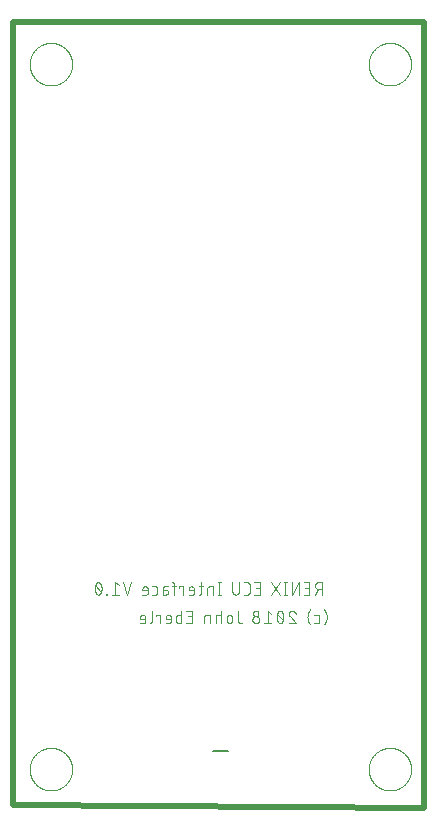
<source format=gbo>
G75*
%MOIN*%
%OFA0B0*%
%FSLAX25Y25*%
%IPPOS*%
%LPD*%
%AMOC8*
5,1,8,0,0,1.08239X$1,22.5*
%
%ADD10C,0.02000*%
%ADD11C,0.00400*%
%ADD12C,0.00000*%
%ADD13C,0.00800*%
D10*
X0002000Y0037211D02*
X0139000Y0036211D01*
X0139000Y0298211D01*
X0002000Y0298211D01*
X0002000Y0037211D01*
D11*
X0032970Y0107411D02*
X0033198Y0107411D01*
X0033198Y0107638D01*
X0032970Y0107638D01*
X0032970Y0107411D01*
X0034780Y0107411D02*
X0037058Y0107411D01*
X0035919Y0107411D02*
X0035919Y0111511D01*
X0037058Y0110600D01*
X0038602Y0111511D02*
X0039969Y0107411D01*
X0041336Y0111511D01*
X0044998Y0109233D02*
X0044998Y0108777D01*
X0046820Y0108777D01*
X0046820Y0109233D02*
X0046820Y0108094D01*
X0046818Y0108043D01*
X0046812Y0107992D01*
X0046803Y0107942D01*
X0046790Y0107893D01*
X0046773Y0107844D01*
X0046752Y0107798D01*
X0046728Y0107753D01*
X0046701Y0107709D01*
X0046671Y0107668D01*
X0046638Y0107629D01*
X0046602Y0107593D01*
X0046563Y0107560D01*
X0046522Y0107530D01*
X0046479Y0107503D01*
X0046433Y0107479D01*
X0046387Y0107458D01*
X0046338Y0107441D01*
X0046289Y0107428D01*
X0046239Y0107419D01*
X0046188Y0107413D01*
X0046137Y0107411D01*
X0044998Y0107411D01*
X0044998Y0109233D02*
X0045000Y0109293D01*
X0045006Y0109352D01*
X0045016Y0109411D01*
X0045029Y0109469D01*
X0045046Y0109526D01*
X0045067Y0109582D01*
X0045092Y0109636D01*
X0045120Y0109689D01*
X0045152Y0109739D01*
X0045186Y0109788D01*
X0045224Y0109834D01*
X0045265Y0109877D01*
X0045308Y0109918D01*
X0045354Y0109956D01*
X0045403Y0109990D01*
X0045454Y0110022D01*
X0045506Y0110050D01*
X0045560Y0110075D01*
X0045616Y0110096D01*
X0045673Y0110113D01*
X0045731Y0110126D01*
X0045790Y0110136D01*
X0045849Y0110142D01*
X0045909Y0110144D01*
X0045969Y0110142D01*
X0046028Y0110136D01*
X0046087Y0110126D01*
X0046145Y0110113D01*
X0046202Y0110096D01*
X0046258Y0110075D01*
X0046312Y0110050D01*
X0046365Y0110022D01*
X0046415Y0109990D01*
X0046464Y0109956D01*
X0046510Y0109918D01*
X0046553Y0109877D01*
X0046594Y0109834D01*
X0046632Y0109788D01*
X0046666Y0109739D01*
X0046698Y0109689D01*
X0046726Y0109636D01*
X0046751Y0109582D01*
X0046772Y0109526D01*
X0046789Y0109469D01*
X0046802Y0109411D01*
X0046812Y0109352D01*
X0046818Y0109293D01*
X0046820Y0109233D01*
X0048326Y0110144D02*
X0049237Y0110144D01*
X0049288Y0110142D01*
X0049339Y0110136D01*
X0049389Y0110127D01*
X0049438Y0110114D01*
X0049487Y0110097D01*
X0049533Y0110076D01*
X0049579Y0110052D01*
X0049622Y0110025D01*
X0049663Y0109995D01*
X0049702Y0109962D01*
X0049738Y0109926D01*
X0049771Y0109887D01*
X0049801Y0109846D01*
X0049828Y0109803D01*
X0049852Y0109757D01*
X0049873Y0109711D01*
X0049890Y0109662D01*
X0049903Y0109613D01*
X0049912Y0109563D01*
X0049918Y0109512D01*
X0049920Y0109461D01*
X0049920Y0108094D01*
X0049918Y0108043D01*
X0049912Y0107992D01*
X0049903Y0107942D01*
X0049890Y0107893D01*
X0049873Y0107844D01*
X0049852Y0107798D01*
X0049828Y0107753D01*
X0049801Y0107709D01*
X0049771Y0107668D01*
X0049738Y0107629D01*
X0049702Y0107593D01*
X0049663Y0107560D01*
X0049622Y0107530D01*
X0049579Y0107503D01*
X0049533Y0107479D01*
X0049487Y0107458D01*
X0049438Y0107441D01*
X0049389Y0107428D01*
X0049339Y0107419D01*
X0049288Y0107413D01*
X0049237Y0107411D01*
X0048326Y0107411D01*
X0051770Y0107411D02*
X0051770Y0109461D01*
X0051770Y0109005D02*
X0052795Y0109005D01*
X0051770Y0109461D02*
X0051772Y0109512D01*
X0051778Y0109563D01*
X0051787Y0109613D01*
X0051800Y0109662D01*
X0051817Y0109711D01*
X0051838Y0109757D01*
X0051862Y0109803D01*
X0051889Y0109846D01*
X0051919Y0109887D01*
X0051952Y0109926D01*
X0051988Y0109962D01*
X0052027Y0109995D01*
X0052068Y0110025D01*
X0052112Y0110052D01*
X0052157Y0110076D01*
X0052203Y0110097D01*
X0052252Y0110114D01*
X0052301Y0110127D01*
X0052351Y0110136D01*
X0052402Y0110142D01*
X0052453Y0110144D01*
X0053364Y0110144D01*
X0054735Y0110144D02*
X0056101Y0110144D01*
X0055646Y0110827D02*
X0055646Y0107411D01*
X0057173Y0109688D02*
X0057173Y0110144D01*
X0058540Y0110144D01*
X0058540Y0107411D01*
X0060388Y0107411D02*
X0061527Y0107411D01*
X0061578Y0107413D01*
X0061629Y0107419D01*
X0061679Y0107428D01*
X0061728Y0107441D01*
X0061777Y0107458D01*
X0061823Y0107479D01*
X0061869Y0107503D01*
X0061912Y0107530D01*
X0061953Y0107560D01*
X0061992Y0107593D01*
X0062028Y0107629D01*
X0062061Y0107668D01*
X0062091Y0107709D01*
X0062118Y0107753D01*
X0062142Y0107798D01*
X0062163Y0107844D01*
X0062180Y0107893D01*
X0062193Y0107942D01*
X0062202Y0107992D01*
X0062208Y0108043D01*
X0062210Y0108094D01*
X0062210Y0109233D01*
X0062210Y0108777D02*
X0060388Y0108777D01*
X0060388Y0109233D01*
X0060390Y0109293D01*
X0060396Y0109352D01*
X0060406Y0109411D01*
X0060419Y0109469D01*
X0060436Y0109526D01*
X0060457Y0109582D01*
X0060482Y0109636D01*
X0060510Y0109689D01*
X0060542Y0109739D01*
X0060576Y0109788D01*
X0060614Y0109834D01*
X0060655Y0109877D01*
X0060698Y0109918D01*
X0060744Y0109956D01*
X0060793Y0109990D01*
X0060844Y0110022D01*
X0060896Y0110050D01*
X0060950Y0110075D01*
X0061006Y0110096D01*
X0061063Y0110113D01*
X0061121Y0110126D01*
X0061180Y0110136D01*
X0061239Y0110142D01*
X0061299Y0110144D01*
X0061359Y0110142D01*
X0061418Y0110136D01*
X0061477Y0110126D01*
X0061535Y0110113D01*
X0061592Y0110096D01*
X0061648Y0110075D01*
X0061702Y0110050D01*
X0061755Y0110022D01*
X0061805Y0109990D01*
X0061854Y0109956D01*
X0061900Y0109918D01*
X0061943Y0109877D01*
X0061984Y0109834D01*
X0062022Y0109788D01*
X0062056Y0109739D01*
X0062088Y0109689D01*
X0062116Y0109636D01*
X0062141Y0109582D01*
X0062162Y0109526D01*
X0062179Y0109469D01*
X0062192Y0109411D01*
X0062202Y0109352D01*
X0062208Y0109293D01*
X0062210Y0109233D01*
X0063755Y0110144D02*
X0065122Y0110144D01*
X0064666Y0111511D02*
X0064666Y0108094D01*
X0064664Y0108043D01*
X0064658Y0107992D01*
X0064649Y0107942D01*
X0064636Y0107893D01*
X0064619Y0107844D01*
X0064598Y0107798D01*
X0064574Y0107753D01*
X0064547Y0107709D01*
X0064517Y0107668D01*
X0064484Y0107629D01*
X0064448Y0107593D01*
X0064409Y0107560D01*
X0064368Y0107530D01*
X0064325Y0107503D01*
X0064279Y0107479D01*
X0064233Y0107458D01*
X0064184Y0107441D01*
X0064135Y0107428D01*
X0064085Y0107419D01*
X0064034Y0107413D01*
X0063983Y0107411D01*
X0063755Y0107411D01*
X0066598Y0107411D02*
X0066598Y0109461D01*
X0066600Y0109512D01*
X0066606Y0109563D01*
X0066615Y0109613D01*
X0066628Y0109662D01*
X0066645Y0109711D01*
X0066666Y0109757D01*
X0066690Y0109803D01*
X0066717Y0109846D01*
X0066747Y0109887D01*
X0066780Y0109926D01*
X0066816Y0109962D01*
X0066855Y0109995D01*
X0066896Y0110025D01*
X0066940Y0110052D01*
X0066985Y0110076D01*
X0067031Y0110097D01*
X0067080Y0110114D01*
X0067129Y0110127D01*
X0067179Y0110136D01*
X0067230Y0110142D01*
X0067281Y0110144D01*
X0068420Y0110144D01*
X0068420Y0107411D01*
X0070158Y0107411D02*
X0071069Y0107411D01*
X0070614Y0107411D02*
X0070614Y0111511D01*
X0071069Y0111511D02*
X0070158Y0111511D01*
X0075010Y0111511D02*
X0075010Y0108550D01*
X0075012Y0108484D01*
X0075018Y0108418D01*
X0075027Y0108352D01*
X0075041Y0108287D01*
X0075058Y0108223D01*
X0075079Y0108160D01*
X0075103Y0108099D01*
X0075131Y0108039D01*
X0075163Y0107981D01*
X0075197Y0107924D01*
X0075235Y0107870D01*
X0075276Y0107818D01*
X0075321Y0107768D01*
X0075367Y0107722D01*
X0075417Y0107677D01*
X0075469Y0107636D01*
X0075523Y0107598D01*
X0075580Y0107564D01*
X0075638Y0107532D01*
X0075698Y0107504D01*
X0075759Y0107480D01*
X0075822Y0107459D01*
X0075886Y0107442D01*
X0075951Y0107428D01*
X0076017Y0107419D01*
X0076083Y0107413D01*
X0076149Y0107411D01*
X0076215Y0107413D01*
X0076281Y0107419D01*
X0076347Y0107428D01*
X0076412Y0107442D01*
X0076476Y0107459D01*
X0076539Y0107480D01*
X0076600Y0107504D01*
X0076660Y0107532D01*
X0076719Y0107564D01*
X0076775Y0107598D01*
X0076829Y0107636D01*
X0076881Y0107677D01*
X0076931Y0107722D01*
X0076977Y0107768D01*
X0077022Y0107818D01*
X0077063Y0107870D01*
X0077101Y0107924D01*
X0077135Y0107981D01*
X0077167Y0108039D01*
X0077195Y0108099D01*
X0077219Y0108160D01*
X0077240Y0108223D01*
X0077257Y0108287D01*
X0077271Y0108352D01*
X0077280Y0108418D01*
X0077286Y0108484D01*
X0077288Y0108550D01*
X0077288Y0111511D01*
X0078988Y0111511D02*
X0079899Y0111511D01*
X0079959Y0111509D01*
X0080018Y0111503D01*
X0080077Y0111493D01*
X0080135Y0111480D01*
X0080192Y0111463D01*
X0080248Y0111442D01*
X0080302Y0111417D01*
X0080355Y0111389D01*
X0080405Y0111357D01*
X0080454Y0111323D01*
X0080500Y0111285D01*
X0080543Y0111244D01*
X0080584Y0111201D01*
X0080622Y0111155D01*
X0080656Y0111106D01*
X0080688Y0111055D01*
X0080716Y0111003D01*
X0080741Y0110949D01*
X0080762Y0110893D01*
X0080779Y0110836D01*
X0080792Y0110778D01*
X0080802Y0110719D01*
X0080808Y0110660D01*
X0080810Y0110600D01*
X0080810Y0108322D01*
X0080808Y0108262D01*
X0080802Y0108203D01*
X0080792Y0108144D01*
X0080779Y0108086D01*
X0080762Y0108029D01*
X0080741Y0107973D01*
X0080716Y0107919D01*
X0080688Y0107867D01*
X0080656Y0107816D01*
X0080622Y0107767D01*
X0080584Y0107721D01*
X0080543Y0107678D01*
X0080500Y0107637D01*
X0080454Y0107599D01*
X0080405Y0107565D01*
X0080355Y0107533D01*
X0080302Y0107505D01*
X0080248Y0107480D01*
X0080192Y0107459D01*
X0080135Y0107442D01*
X0080077Y0107429D01*
X0080018Y0107419D01*
X0079959Y0107413D01*
X0079899Y0107411D01*
X0078988Y0107411D01*
X0082342Y0107411D02*
X0084164Y0107411D01*
X0084164Y0111511D01*
X0082342Y0111511D01*
X0082798Y0109688D02*
X0084164Y0109688D01*
X0088012Y0111511D02*
X0090745Y0107411D01*
X0092163Y0107411D02*
X0093074Y0107411D01*
X0092619Y0107411D02*
X0092619Y0111511D01*
X0093074Y0111511D02*
X0092163Y0111511D01*
X0090745Y0111511D02*
X0088012Y0107411D01*
X0086826Y0102011D02*
X0086826Y0097911D01*
X0087965Y0097911D02*
X0085687Y0097911D01*
X0087965Y0101100D02*
X0086826Y0102011D01*
X0092015Y0099961D02*
X0092013Y0099852D01*
X0092008Y0099742D01*
X0091999Y0099633D01*
X0091987Y0099524D01*
X0091971Y0099416D01*
X0091951Y0099308D01*
X0091928Y0099201D01*
X0091902Y0099095D01*
X0091872Y0098990D01*
X0091839Y0098885D01*
X0091803Y0098782D01*
X0091763Y0098680D01*
X0091720Y0098580D01*
X0091673Y0098480D01*
X0091787Y0098822D02*
X0089965Y0101100D01*
X0090079Y0101441D02*
X0090098Y0101493D01*
X0090121Y0101543D01*
X0090147Y0101591D01*
X0090176Y0101638D01*
X0090208Y0101683D01*
X0090243Y0101725D01*
X0090281Y0101765D01*
X0090321Y0101803D01*
X0090364Y0101838D01*
X0090409Y0101870D01*
X0090455Y0101899D01*
X0090504Y0101924D01*
X0090554Y0101947D01*
X0090606Y0101966D01*
X0090658Y0101982D01*
X0090712Y0101995D01*
X0090766Y0102004D01*
X0090821Y0102009D01*
X0090876Y0102011D01*
X0090931Y0102009D01*
X0090986Y0102004D01*
X0091040Y0101995D01*
X0091094Y0101982D01*
X0091146Y0101966D01*
X0091198Y0101947D01*
X0091248Y0101924D01*
X0091297Y0101899D01*
X0091343Y0101870D01*
X0091388Y0101838D01*
X0091431Y0101803D01*
X0091471Y0101765D01*
X0091509Y0101725D01*
X0091544Y0101683D01*
X0091576Y0101638D01*
X0091605Y0101591D01*
X0091631Y0101543D01*
X0091654Y0101493D01*
X0091673Y0101441D01*
X0090079Y0101442D02*
X0090032Y0101343D01*
X0089989Y0101242D01*
X0089949Y0101140D01*
X0089913Y0101037D01*
X0089880Y0100932D01*
X0089850Y0100827D01*
X0089824Y0100721D01*
X0089801Y0100614D01*
X0089781Y0100506D01*
X0089765Y0100398D01*
X0089753Y0100289D01*
X0089744Y0100180D01*
X0089739Y0100070D01*
X0089737Y0099961D01*
X0092015Y0099961D02*
X0092013Y0100070D01*
X0092008Y0100180D01*
X0091999Y0100289D01*
X0091987Y0100398D01*
X0091971Y0100506D01*
X0091951Y0100614D01*
X0091928Y0100721D01*
X0091902Y0100827D01*
X0091872Y0100932D01*
X0091839Y0101037D01*
X0091803Y0101140D01*
X0091763Y0101242D01*
X0091720Y0101343D01*
X0091673Y0101442D01*
X0089737Y0099961D02*
X0089739Y0099852D01*
X0089744Y0099742D01*
X0089753Y0099633D01*
X0089765Y0099524D01*
X0089781Y0099416D01*
X0089801Y0099308D01*
X0089824Y0099201D01*
X0089850Y0099095D01*
X0089880Y0098990D01*
X0089913Y0098885D01*
X0089949Y0098782D01*
X0089989Y0098680D01*
X0090032Y0098580D01*
X0090079Y0098480D01*
X0090876Y0097910D02*
X0090931Y0097912D01*
X0090986Y0097917D01*
X0091040Y0097926D01*
X0091094Y0097939D01*
X0091146Y0097955D01*
X0091198Y0097974D01*
X0091248Y0097997D01*
X0091297Y0098022D01*
X0091343Y0098051D01*
X0091388Y0098083D01*
X0091431Y0098118D01*
X0091471Y0098156D01*
X0091509Y0098196D01*
X0091544Y0098238D01*
X0091576Y0098283D01*
X0091605Y0098330D01*
X0091631Y0098378D01*
X0091654Y0098428D01*
X0091673Y0098480D01*
X0090876Y0097910D02*
X0090821Y0097912D01*
X0090766Y0097917D01*
X0090712Y0097926D01*
X0090658Y0097939D01*
X0090606Y0097955D01*
X0090554Y0097974D01*
X0090504Y0097997D01*
X0090455Y0098022D01*
X0090409Y0098051D01*
X0090364Y0098083D01*
X0090321Y0098118D01*
X0090281Y0098156D01*
X0090243Y0098196D01*
X0090208Y0098238D01*
X0090176Y0098283D01*
X0090147Y0098330D01*
X0090121Y0098378D01*
X0090098Y0098428D01*
X0090079Y0098480D01*
X0093787Y0097911D02*
X0096065Y0097911D01*
X0094129Y0100188D01*
X0094812Y0102011D02*
X0094881Y0102009D01*
X0094950Y0102004D01*
X0095018Y0101995D01*
X0095086Y0101982D01*
X0095153Y0101966D01*
X0095219Y0101946D01*
X0095284Y0101923D01*
X0095348Y0101897D01*
X0095410Y0101867D01*
X0095471Y0101834D01*
X0095530Y0101798D01*
X0095587Y0101759D01*
X0095641Y0101717D01*
X0095694Y0101672D01*
X0095744Y0101625D01*
X0095791Y0101575D01*
X0095836Y0101522D01*
X0095878Y0101467D01*
X0095917Y0101410D01*
X0095953Y0101352D01*
X0095986Y0101291D01*
X0096016Y0101229D01*
X0096042Y0101165D01*
X0096065Y0101100D01*
X0094129Y0100189D02*
X0094084Y0100234D01*
X0094042Y0100282D01*
X0094002Y0100332D01*
X0093966Y0100384D01*
X0093933Y0100438D01*
X0093903Y0100495D01*
X0093876Y0100552D01*
X0093853Y0100612D01*
X0093833Y0100672D01*
X0093816Y0100734D01*
X0093804Y0100796D01*
X0093794Y0100859D01*
X0093789Y0100922D01*
X0093787Y0100986D01*
X0093789Y0101048D01*
X0093794Y0101110D01*
X0093804Y0101171D01*
X0093817Y0101231D01*
X0093833Y0101291D01*
X0093854Y0101349D01*
X0093877Y0101407D01*
X0093904Y0101462D01*
X0093935Y0101516D01*
X0093968Y0101568D01*
X0094005Y0101618D01*
X0094045Y0101666D01*
X0094087Y0101711D01*
X0094132Y0101753D01*
X0094180Y0101793D01*
X0094230Y0101830D01*
X0094282Y0101863D01*
X0094336Y0101894D01*
X0094391Y0101921D01*
X0094449Y0101944D01*
X0094507Y0101965D01*
X0094567Y0101981D01*
X0094627Y0101994D01*
X0094688Y0102004D01*
X0094750Y0102009D01*
X0094812Y0102011D01*
X0094855Y0107411D02*
X0094855Y0111511D01*
X0097133Y0111511D02*
X0094855Y0107411D01*
X0097133Y0107411D02*
X0097133Y0111511D01*
X0098812Y0111511D02*
X0100634Y0111511D01*
X0100634Y0107411D01*
X0098812Y0107411D01*
X0099267Y0109688D02*
X0100634Y0109688D01*
X0103433Y0109233D02*
X0102522Y0107411D01*
X0103661Y0109233D02*
X0104800Y0109233D01*
X0103661Y0109233D02*
X0103595Y0109235D01*
X0103529Y0109241D01*
X0103463Y0109250D01*
X0103398Y0109264D01*
X0103334Y0109281D01*
X0103271Y0109302D01*
X0103210Y0109326D01*
X0103150Y0109354D01*
X0103092Y0109386D01*
X0103035Y0109420D01*
X0102981Y0109458D01*
X0102929Y0109499D01*
X0102879Y0109544D01*
X0102833Y0109590D01*
X0102788Y0109640D01*
X0102747Y0109692D01*
X0102709Y0109746D01*
X0102675Y0109803D01*
X0102643Y0109861D01*
X0102615Y0109921D01*
X0102591Y0109982D01*
X0102570Y0110045D01*
X0102553Y0110109D01*
X0102539Y0110174D01*
X0102530Y0110240D01*
X0102524Y0110306D01*
X0102522Y0110372D01*
X0102524Y0110438D01*
X0102530Y0110504D01*
X0102539Y0110570D01*
X0102553Y0110635D01*
X0102570Y0110699D01*
X0102591Y0110762D01*
X0102615Y0110823D01*
X0102643Y0110883D01*
X0102675Y0110942D01*
X0102709Y0110998D01*
X0102747Y0111052D01*
X0102788Y0111104D01*
X0102833Y0111154D01*
X0102879Y0111200D01*
X0102929Y0111245D01*
X0102981Y0111286D01*
X0103035Y0111324D01*
X0103092Y0111358D01*
X0103150Y0111390D01*
X0103210Y0111418D01*
X0103271Y0111442D01*
X0103334Y0111463D01*
X0103398Y0111480D01*
X0103463Y0111494D01*
X0103529Y0111503D01*
X0103595Y0111509D01*
X0103661Y0111511D01*
X0104800Y0111511D01*
X0104800Y0107411D01*
X0103249Y0100644D02*
X0102338Y0100644D01*
X0106441Y0099961D02*
X0106439Y0099837D01*
X0106433Y0099714D01*
X0106423Y0099591D01*
X0106410Y0099468D01*
X0106392Y0099345D01*
X0106371Y0099223D01*
X0106345Y0099102D01*
X0106316Y0098982D01*
X0106283Y0098863D01*
X0106247Y0098745D01*
X0106206Y0098628D01*
X0106162Y0098512D01*
X0106114Y0098398D01*
X0106063Y0098286D01*
X0106008Y0098175D01*
X0105950Y0098066D01*
X0105888Y0097959D01*
X0105823Y0097854D01*
X0105754Y0097751D01*
X0105683Y0097650D01*
X0105608Y0097551D01*
X0105530Y0097455D01*
X0103932Y0098594D02*
X0103932Y0099961D01*
X0100927Y0097455D02*
X0100849Y0097551D01*
X0100774Y0097650D01*
X0100703Y0097751D01*
X0100634Y0097854D01*
X0100569Y0097959D01*
X0100507Y0098066D01*
X0100449Y0098175D01*
X0100394Y0098286D01*
X0100343Y0098398D01*
X0100295Y0098512D01*
X0100251Y0098628D01*
X0100210Y0098745D01*
X0100174Y0098863D01*
X0100141Y0098982D01*
X0100112Y0099102D01*
X0100086Y0099223D01*
X0100065Y0099345D01*
X0100047Y0099468D01*
X0100034Y0099590D01*
X0100024Y0099714D01*
X0100018Y0099837D01*
X0100016Y0099961D01*
X0105530Y0102467D02*
X0105608Y0102371D01*
X0105683Y0102272D01*
X0105754Y0102171D01*
X0105823Y0102068D01*
X0105888Y0101963D01*
X0105950Y0101856D01*
X0106008Y0101747D01*
X0106063Y0101636D01*
X0106114Y0101524D01*
X0106162Y0101410D01*
X0106206Y0101294D01*
X0106247Y0101177D01*
X0106283Y0101059D01*
X0106316Y0100940D01*
X0106345Y0100820D01*
X0106371Y0100699D01*
X0106392Y0100577D01*
X0106410Y0100454D01*
X0106423Y0100332D01*
X0106433Y0100208D01*
X0106439Y0100085D01*
X0106441Y0099961D01*
X0100927Y0102467D02*
X0100849Y0102371D01*
X0100774Y0102272D01*
X0100703Y0102171D01*
X0100634Y0102068D01*
X0100569Y0101963D01*
X0100507Y0101856D01*
X0100449Y0101747D01*
X0100394Y0101636D01*
X0100343Y0101524D01*
X0100295Y0101410D01*
X0100251Y0101294D01*
X0100210Y0101177D01*
X0100174Y0101059D01*
X0100141Y0100940D01*
X0100112Y0100820D01*
X0100086Y0100699D01*
X0100065Y0100577D01*
X0100047Y0100454D01*
X0100034Y0100332D01*
X0100024Y0100208D01*
X0100018Y0100085D01*
X0100016Y0099961D01*
X0102338Y0097911D02*
X0103249Y0097911D01*
X0103300Y0097913D01*
X0103351Y0097919D01*
X0103401Y0097928D01*
X0103450Y0097941D01*
X0103499Y0097958D01*
X0103545Y0097979D01*
X0103591Y0098003D01*
X0103634Y0098030D01*
X0103675Y0098060D01*
X0103714Y0098093D01*
X0103750Y0098129D01*
X0103783Y0098168D01*
X0103813Y0098209D01*
X0103840Y0098253D01*
X0103864Y0098298D01*
X0103885Y0098344D01*
X0103902Y0098393D01*
X0103915Y0098442D01*
X0103924Y0098492D01*
X0103930Y0098543D01*
X0103932Y0098594D01*
X0103932Y0099961D02*
X0103930Y0100012D01*
X0103924Y0100063D01*
X0103915Y0100113D01*
X0103902Y0100162D01*
X0103885Y0100211D01*
X0103864Y0100257D01*
X0103840Y0100303D01*
X0103813Y0100346D01*
X0103783Y0100387D01*
X0103750Y0100426D01*
X0103714Y0100462D01*
X0103675Y0100495D01*
X0103634Y0100525D01*
X0103591Y0100552D01*
X0103545Y0100576D01*
X0103499Y0100597D01*
X0103450Y0100614D01*
X0103401Y0100627D01*
X0103351Y0100636D01*
X0103300Y0100642D01*
X0103249Y0100644D01*
X0083687Y0101100D02*
X0083685Y0101040D01*
X0083679Y0100981D01*
X0083669Y0100922D01*
X0083656Y0100864D01*
X0083639Y0100807D01*
X0083618Y0100751D01*
X0083593Y0100697D01*
X0083565Y0100645D01*
X0083533Y0100594D01*
X0083499Y0100545D01*
X0083461Y0100499D01*
X0083420Y0100456D01*
X0083377Y0100415D01*
X0083331Y0100377D01*
X0083282Y0100343D01*
X0083232Y0100311D01*
X0083179Y0100283D01*
X0083125Y0100258D01*
X0083069Y0100237D01*
X0083012Y0100220D01*
X0082954Y0100207D01*
X0082895Y0100197D01*
X0082836Y0100191D01*
X0082776Y0100189D01*
X0082716Y0100191D01*
X0082657Y0100197D01*
X0082598Y0100207D01*
X0082540Y0100220D01*
X0082483Y0100237D01*
X0082427Y0100258D01*
X0082373Y0100283D01*
X0082321Y0100311D01*
X0082270Y0100343D01*
X0082221Y0100377D01*
X0082175Y0100415D01*
X0082132Y0100456D01*
X0082091Y0100499D01*
X0082053Y0100545D01*
X0082019Y0100594D01*
X0081987Y0100645D01*
X0081959Y0100697D01*
X0081934Y0100751D01*
X0081913Y0100807D01*
X0081896Y0100864D01*
X0081883Y0100922D01*
X0081873Y0100981D01*
X0081867Y0101040D01*
X0081865Y0101100D01*
X0081867Y0101160D01*
X0081873Y0101219D01*
X0081883Y0101278D01*
X0081896Y0101336D01*
X0081913Y0101393D01*
X0081934Y0101449D01*
X0081959Y0101503D01*
X0081987Y0101556D01*
X0082019Y0101606D01*
X0082053Y0101655D01*
X0082091Y0101701D01*
X0082132Y0101744D01*
X0082175Y0101785D01*
X0082221Y0101823D01*
X0082270Y0101857D01*
X0082321Y0101889D01*
X0082373Y0101917D01*
X0082427Y0101942D01*
X0082483Y0101963D01*
X0082540Y0101980D01*
X0082598Y0101993D01*
X0082657Y0102003D01*
X0082716Y0102009D01*
X0082776Y0102011D01*
X0082836Y0102009D01*
X0082895Y0102003D01*
X0082954Y0101993D01*
X0083012Y0101980D01*
X0083069Y0101963D01*
X0083125Y0101942D01*
X0083179Y0101917D01*
X0083232Y0101889D01*
X0083282Y0101857D01*
X0083331Y0101823D01*
X0083377Y0101785D01*
X0083420Y0101744D01*
X0083461Y0101701D01*
X0083499Y0101655D01*
X0083533Y0101606D01*
X0083565Y0101556D01*
X0083593Y0101503D01*
X0083618Y0101449D01*
X0083639Y0101393D01*
X0083656Y0101336D01*
X0083669Y0101278D01*
X0083679Y0101219D01*
X0083685Y0101160D01*
X0083687Y0101100D01*
X0083915Y0099050D02*
X0083913Y0098984D01*
X0083907Y0098918D01*
X0083898Y0098852D01*
X0083884Y0098787D01*
X0083867Y0098723D01*
X0083846Y0098660D01*
X0083822Y0098599D01*
X0083794Y0098539D01*
X0083762Y0098481D01*
X0083728Y0098424D01*
X0083690Y0098370D01*
X0083649Y0098318D01*
X0083604Y0098268D01*
X0083558Y0098222D01*
X0083508Y0098177D01*
X0083456Y0098136D01*
X0083402Y0098098D01*
X0083346Y0098064D01*
X0083287Y0098032D01*
X0083227Y0098004D01*
X0083166Y0097980D01*
X0083103Y0097959D01*
X0083039Y0097942D01*
X0082974Y0097928D01*
X0082908Y0097919D01*
X0082842Y0097913D01*
X0082776Y0097911D01*
X0082710Y0097913D01*
X0082644Y0097919D01*
X0082578Y0097928D01*
X0082513Y0097942D01*
X0082449Y0097959D01*
X0082386Y0097980D01*
X0082325Y0098004D01*
X0082265Y0098032D01*
X0082207Y0098064D01*
X0082150Y0098098D01*
X0082096Y0098136D01*
X0082044Y0098177D01*
X0081994Y0098222D01*
X0081948Y0098268D01*
X0081903Y0098318D01*
X0081862Y0098370D01*
X0081824Y0098424D01*
X0081790Y0098481D01*
X0081758Y0098539D01*
X0081730Y0098599D01*
X0081706Y0098660D01*
X0081685Y0098723D01*
X0081668Y0098787D01*
X0081654Y0098852D01*
X0081645Y0098918D01*
X0081639Y0098984D01*
X0081637Y0099050D01*
X0081639Y0099116D01*
X0081645Y0099182D01*
X0081654Y0099248D01*
X0081668Y0099313D01*
X0081685Y0099377D01*
X0081706Y0099440D01*
X0081730Y0099501D01*
X0081758Y0099561D01*
X0081790Y0099620D01*
X0081824Y0099676D01*
X0081862Y0099730D01*
X0081903Y0099782D01*
X0081948Y0099832D01*
X0081994Y0099878D01*
X0082044Y0099923D01*
X0082096Y0099964D01*
X0082150Y0100002D01*
X0082207Y0100036D01*
X0082265Y0100068D01*
X0082325Y0100096D01*
X0082386Y0100120D01*
X0082449Y0100141D01*
X0082513Y0100158D01*
X0082578Y0100172D01*
X0082644Y0100181D01*
X0082710Y0100187D01*
X0082776Y0100189D01*
X0082842Y0100187D01*
X0082908Y0100181D01*
X0082974Y0100172D01*
X0083039Y0100158D01*
X0083103Y0100141D01*
X0083166Y0100120D01*
X0083227Y0100096D01*
X0083287Y0100068D01*
X0083346Y0100036D01*
X0083402Y0100002D01*
X0083456Y0099964D01*
X0083508Y0099923D01*
X0083558Y0099878D01*
X0083604Y0099832D01*
X0083649Y0099782D01*
X0083690Y0099730D01*
X0083728Y0099676D01*
X0083762Y0099620D01*
X0083794Y0099561D01*
X0083822Y0099501D01*
X0083846Y0099440D01*
X0083867Y0099377D01*
X0083884Y0099313D01*
X0083898Y0099248D01*
X0083907Y0099182D01*
X0083913Y0099116D01*
X0083915Y0099050D01*
X0078126Y0097911D02*
X0077671Y0097911D01*
X0077611Y0097913D01*
X0077552Y0097919D01*
X0077493Y0097929D01*
X0077435Y0097942D01*
X0077378Y0097959D01*
X0077322Y0097980D01*
X0077268Y0098005D01*
X0077216Y0098033D01*
X0077165Y0098065D01*
X0077116Y0098099D01*
X0077070Y0098137D01*
X0077027Y0098178D01*
X0076986Y0098221D01*
X0076948Y0098267D01*
X0076914Y0098316D01*
X0076882Y0098367D01*
X0076854Y0098419D01*
X0076829Y0098473D01*
X0076808Y0098529D01*
X0076791Y0098586D01*
X0076778Y0098644D01*
X0076768Y0098703D01*
X0076762Y0098762D01*
X0076760Y0098822D01*
X0076760Y0102011D01*
X0074912Y0099733D02*
X0074912Y0098822D01*
X0074910Y0098762D01*
X0074904Y0098703D01*
X0074894Y0098644D01*
X0074881Y0098586D01*
X0074864Y0098529D01*
X0074843Y0098473D01*
X0074818Y0098419D01*
X0074790Y0098367D01*
X0074758Y0098316D01*
X0074724Y0098267D01*
X0074686Y0098221D01*
X0074645Y0098178D01*
X0074602Y0098137D01*
X0074556Y0098099D01*
X0074507Y0098065D01*
X0074457Y0098033D01*
X0074404Y0098005D01*
X0074350Y0097980D01*
X0074294Y0097959D01*
X0074237Y0097942D01*
X0074179Y0097929D01*
X0074120Y0097919D01*
X0074061Y0097913D01*
X0074001Y0097911D01*
X0073941Y0097913D01*
X0073882Y0097919D01*
X0073823Y0097929D01*
X0073765Y0097942D01*
X0073708Y0097959D01*
X0073652Y0097980D01*
X0073598Y0098005D01*
X0073546Y0098033D01*
X0073495Y0098065D01*
X0073446Y0098099D01*
X0073400Y0098137D01*
X0073357Y0098178D01*
X0073316Y0098221D01*
X0073278Y0098267D01*
X0073244Y0098316D01*
X0073212Y0098367D01*
X0073184Y0098419D01*
X0073159Y0098473D01*
X0073138Y0098529D01*
X0073121Y0098586D01*
X0073108Y0098644D01*
X0073098Y0098703D01*
X0073092Y0098762D01*
X0073090Y0098822D01*
X0073090Y0099733D01*
X0073092Y0099793D01*
X0073098Y0099852D01*
X0073108Y0099911D01*
X0073121Y0099969D01*
X0073138Y0100026D01*
X0073159Y0100082D01*
X0073184Y0100136D01*
X0073212Y0100189D01*
X0073244Y0100239D01*
X0073278Y0100288D01*
X0073316Y0100334D01*
X0073357Y0100377D01*
X0073400Y0100418D01*
X0073446Y0100456D01*
X0073495Y0100490D01*
X0073546Y0100522D01*
X0073598Y0100550D01*
X0073652Y0100575D01*
X0073708Y0100596D01*
X0073765Y0100613D01*
X0073823Y0100626D01*
X0073882Y0100636D01*
X0073941Y0100642D01*
X0074001Y0100644D01*
X0074061Y0100642D01*
X0074120Y0100636D01*
X0074179Y0100626D01*
X0074237Y0100613D01*
X0074294Y0100596D01*
X0074350Y0100575D01*
X0074404Y0100550D01*
X0074457Y0100522D01*
X0074507Y0100490D01*
X0074556Y0100456D01*
X0074602Y0100418D01*
X0074645Y0100377D01*
X0074686Y0100334D01*
X0074724Y0100288D01*
X0074758Y0100239D01*
X0074790Y0100189D01*
X0074818Y0100136D01*
X0074843Y0100082D01*
X0074864Y0100026D01*
X0074881Y0099969D01*
X0074894Y0099911D01*
X0074904Y0099852D01*
X0074910Y0099793D01*
X0074912Y0099733D01*
X0071267Y0100644D02*
X0070128Y0100644D01*
X0070077Y0100642D01*
X0070026Y0100636D01*
X0069976Y0100627D01*
X0069927Y0100614D01*
X0069878Y0100597D01*
X0069832Y0100576D01*
X0069787Y0100552D01*
X0069743Y0100525D01*
X0069702Y0100495D01*
X0069663Y0100462D01*
X0069627Y0100426D01*
X0069594Y0100387D01*
X0069564Y0100346D01*
X0069537Y0100303D01*
X0069513Y0100257D01*
X0069492Y0100211D01*
X0069475Y0100162D01*
X0069462Y0100113D01*
X0069453Y0100063D01*
X0069447Y0100012D01*
X0069445Y0099961D01*
X0069445Y0097911D01*
X0071267Y0097911D02*
X0071267Y0102011D01*
X0067487Y0100644D02*
X0067487Y0097911D01*
X0065665Y0097911D02*
X0065665Y0099961D01*
X0065667Y0100012D01*
X0065673Y0100063D01*
X0065682Y0100113D01*
X0065695Y0100162D01*
X0065712Y0100211D01*
X0065733Y0100257D01*
X0065757Y0100303D01*
X0065784Y0100346D01*
X0065814Y0100387D01*
X0065847Y0100426D01*
X0065883Y0100462D01*
X0065922Y0100495D01*
X0065963Y0100525D01*
X0066007Y0100552D01*
X0066052Y0100576D01*
X0066098Y0100597D01*
X0066147Y0100614D01*
X0066196Y0100627D01*
X0066246Y0100636D01*
X0066297Y0100642D01*
X0066348Y0100644D01*
X0067487Y0100644D01*
X0061496Y0100188D02*
X0060130Y0100188D01*
X0059674Y0102011D02*
X0061496Y0102011D01*
X0061496Y0097911D01*
X0059674Y0097911D01*
X0058015Y0097911D02*
X0058015Y0102011D01*
X0058015Y0100644D02*
X0056876Y0100644D01*
X0056825Y0100642D01*
X0056774Y0100636D01*
X0056724Y0100627D01*
X0056675Y0100614D01*
X0056626Y0100597D01*
X0056580Y0100576D01*
X0056535Y0100552D01*
X0056491Y0100525D01*
X0056450Y0100495D01*
X0056411Y0100462D01*
X0056375Y0100426D01*
X0056342Y0100387D01*
X0056312Y0100346D01*
X0056285Y0100303D01*
X0056261Y0100257D01*
X0056240Y0100211D01*
X0056223Y0100162D01*
X0056210Y0100113D01*
X0056201Y0100063D01*
X0056195Y0100012D01*
X0056193Y0099961D01*
X0056193Y0098594D01*
X0056195Y0098543D01*
X0056201Y0098492D01*
X0056210Y0098442D01*
X0056223Y0098393D01*
X0056240Y0098344D01*
X0056261Y0098298D01*
X0056285Y0098252D01*
X0056312Y0098209D01*
X0056342Y0098168D01*
X0056375Y0098129D01*
X0056411Y0098093D01*
X0056450Y0098060D01*
X0056491Y0098030D01*
X0056535Y0098003D01*
X0056580Y0097979D01*
X0056626Y0097958D01*
X0056675Y0097941D01*
X0056724Y0097928D01*
X0056774Y0097919D01*
X0056825Y0097913D01*
X0056876Y0097911D01*
X0058015Y0097911D01*
X0054527Y0098594D02*
X0054527Y0099733D01*
X0054527Y0099277D02*
X0052705Y0099277D01*
X0052705Y0099733D01*
X0052707Y0099793D01*
X0052713Y0099852D01*
X0052723Y0099911D01*
X0052736Y0099969D01*
X0052753Y0100026D01*
X0052774Y0100082D01*
X0052799Y0100136D01*
X0052827Y0100189D01*
X0052859Y0100239D01*
X0052893Y0100288D01*
X0052931Y0100334D01*
X0052972Y0100377D01*
X0053015Y0100418D01*
X0053061Y0100456D01*
X0053110Y0100490D01*
X0053161Y0100522D01*
X0053213Y0100550D01*
X0053267Y0100575D01*
X0053323Y0100596D01*
X0053380Y0100613D01*
X0053438Y0100626D01*
X0053497Y0100636D01*
X0053556Y0100642D01*
X0053616Y0100644D01*
X0053676Y0100642D01*
X0053735Y0100636D01*
X0053794Y0100626D01*
X0053852Y0100613D01*
X0053909Y0100596D01*
X0053965Y0100575D01*
X0054019Y0100550D01*
X0054072Y0100522D01*
X0054122Y0100490D01*
X0054171Y0100456D01*
X0054217Y0100418D01*
X0054260Y0100377D01*
X0054301Y0100334D01*
X0054339Y0100288D01*
X0054373Y0100239D01*
X0054405Y0100189D01*
X0054433Y0100136D01*
X0054458Y0100082D01*
X0054479Y0100026D01*
X0054496Y0099969D01*
X0054509Y0099911D01*
X0054519Y0099852D01*
X0054525Y0099793D01*
X0054527Y0099733D01*
X0054527Y0098594D02*
X0054525Y0098543D01*
X0054519Y0098492D01*
X0054510Y0098442D01*
X0054497Y0098393D01*
X0054480Y0098344D01*
X0054459Y0098298D01*
X0054435Y0098253D01*
X0054408Y0098209D01*
X0054378Y0098168D01*
X0054345Y0098129D01*
X0054309Y0098093D01*
X0054270Y0098060D01*
X0054229Y0098030D01*
X0054186Y0098003D01*
X0054140Y0097979D01*
X0054094Y0097958D01*
X0054045Y0097941D01*
X0053996Y0097928D01*
X0053946Y0097919D01*
X0053895Y0097913D01*
X0053844Y0097911D01*
X0052705Y0097911D01*
X0050857Y0097911D02*
X0050857Y0100644D01*
X0049491Y0100644D01*
X0049491Y0100188D01*
X0048134Y0098594D02*
X0048134Y0102011D01*
X0048133Y0098594D02*
X0048131Y0098543D01*
X0048125Y0098492D01*
X0048116Y0098442D01*
X0048103Y0098393D01*
X0048086Y0098344D01*
X0048065Y0098298D01*
X0048041Y0098253D01*
X0048014Y0098209D01*
X0047984Y0098168D01*
X0047951Y0098129D01*
X0047915Y0098093D01*
X0047876Y0098060D01*
X0047835Y0098030D01*
X0047792Y0098003D01*
X0047746Y0097979D01*
X0047700Y0097958D01*
X0047651Y0097941D01*
X0047602Y0097928D01*
X0047552Y0097919D01*
X0047501Y0097913D01*
X0047450Y0097911D01*
X0046022Y0098594D02*
X0046022Y0099733D01*
X0046022Y0099277D02*
X0044200Y0099277D01*
X0044200Y0099733D01*
X0044202Y0099793D01*
X0044208Y0099852D01*
X0044218Y0099911D01*
X0044231Y0099969D01*
X0044248Y0100026D01*
X0044269Y0100082D01*
X0044294Y0100136D01*
X0044322Y0100189D01*
X0044354Y0100239D01*
X0044388Y0100288D01*
X0044426Y0100334D01*
X0044467Y0100377D01*
X0044510Y0100418D01*
X0044556Y0100456D01*
X0044605Y0100490D01*
X0044656Y0100522D01*
X0044708Y0100550D01*
X0044762Y0100575D01*
X0044818Y0100596D01*
X0044875Y0100613D01*
X0044933Y0100626D01*
X0044992Y0100636D01*
X0045051Y0100642D01*
X0045111Y0100644D01*
X0045171Y0100642D01*
X0045230Y0100636D01*
X0045289Y0100626D01*
X0045347Y0100613D01*
X0045404Y0100596D01*
X0045460Y0100575D01*
X0045514Y0100550D01*
X0045567Y0100522D01*
X0045617Y0100490D01*
X0045666Y0100456D01*
X0045712Y0100418D01*
X0045755Y0100377D01*
X0045796Y0100334D01*
X0045834Y0100288D01*
X0045868Y0100239D01*
X0045900Y0100189D01*
X0045928Y0100136D01*
X0045953Y0100082D01*
X0045974Y0100026D01*
X0045991Y0099969D01*
X0046004Y0099911D01*
X0046014Y0099852D01*
X0046020Y0099793D01*
X0046022Y0099733D01*
X0046022Y0098594D02*
X0046020Y0098543D01*
X0046014Y0098492D01*
X0046005Y0098442D01*
X0045992Y0098393D01*
X0045975Y0098344D01*
X0045954Y0098298D01*
X0045930Y0098253D01*
X0045903Y0098209D01*
X0045873Y0098168D01*
X0045840Y0098129D01*
X0045804Y0098093D01*
X0045765Y0098060D01*
X0045724Y0098030D01*
X0045681Y0098003D01*
X0045635Y0097979D01*
X0045589Y0097958D01*
X0045540Y0097941D01*
X0045491Y0097928D01*
X0045441Y0097919D01*
X0045390Y0097913D01*
X0045339Y0097911D01*
X0044200Y0097911D01*
X0051770Y0107411D02*
X0052795Y0107411D01*
X0052851Y0107413D01*
X0052906Y0107419D01*
X0052961Y0107428D01*
X0053015Y0107442D01*
X0053068Y0107459D01*
X0053119Y0107480D01*
X0053169Y0107504D01*
X0053217Y0107532D01*
X0053263Y0107563D01*
X0053307Y0107597D01*
X0053349Y0107635D01*
X0053387Y0107675D01*
X0053423Y0107717D01*
X0053456Y0107762D01*
X0053485Y0107810D01*
X0053511Y0107859D01*
X0053534Y0107909D01*
X0053553Y0107962D01*
X0053568Y0108015D01*
X0053580Y0108070D01*
X0053588Y0108125D01*
X0053592Y0108180D01*
X0053592Y0108236D01*
X0053588Y0108291D01*
X0053580Y0108346D01*
X0053568Y0108401D01*
X0053553Y0108454D01*
X0053534Y0108507D01*
X0053511Y0108557D01*
X0053485Y0108607D01*
X0053456Y0108654D01*
X0053423Y0108699D01*
X0053387Y0108741D01*
X0053349Y0108781D01*
X0053307Y0108819D01*
X0053263Y0108853D01*
X0053217Y0108884D01*
X0053169Y0108912D01*
X0053119Y0108936D01*
X0053068Y0108957D01*
X0053015Y0108974D01*
X0052961Y0108988D01*
X0052906Y0108997D01*
X0052851Y0109003D01*
X0052795Y0109005D01*
X0054962Y0111510D02*
X0055013Y0111508D01*
X0055064Y0111502D01*
X0055114Y0111493D01*
X0055163Y0111480D01*
X0055212Y0111463D01*
X0055258Y0111442D01*
X0055304Y0111418D01*
X0055347Y0111391D01*
X0055388Y0111361D01*
X0055427Y0111328D01*
X0055463Y0111292D01*
X0055496Y0111253D01*
X0055526Y0111212D01*
X0055553Y0111168D01*
X0055577Y0111123D01*
X0055598Y0111077D01*
X0055615Y0111028D01*
X0055628Y0110979D01*
X0055637Y0110929D01*
X0055643Y0110878D01*
X0055645Y0110827D01*
X0054962Y0111511D02*
X0054735Y0111511D01*
X0029452Y0107980D02*
X0029405Y0108080D01*
X0029362Y0108180D01*
X0029322Y0108282D01*
X0029286Y0108385D01*
X0029253Y0108490D01*
X0029223Y0108595D01*
X0029197Y0108701D01*
X0029174Y0108808D01*
X0029154Y0108916D01*
X0029138Y0109024D01*
X0029126Y0109133D01*
X0029117Y0109242D01*
X0029112Y0109352D01*
X0029110Y0109461D01*
X0031388Y0109461D02*
X0031386Y0109570D01*
X0031381Y0109680D01*
X0031372Y0109789D01*
X0031360Y0109898D01*
X0031344Y0110006D01*
X0031324Y0110114D01*
X0031301Y0110221D01*
X0031275Y0110327D01*
X0031245Y0110432D01*
X0031212Y0110537D01*
X0031176Y0110640D01*
X0031136Y0110742D01*
X0031093Y0110843D01*
X0031046Y0110942D01*
X0031046Y0110941D02*
X0031027Y0110993D01*
X0031004Y0111043D01*
X0030978Y0111091D01*
X0030949Y0111138D01*
X0030917Y0111183D01*
X0030882Y0111225D01*
X0030844Y0111265D01*
X0030804Y0111303D01*
X0030761Y0111338D01*
X0030716Y0111370D01*
X0030670Y0111399D01*
X0030621Y0111424D01*
X0030571Y0111447D01*
X0030519Y0111466D01*
X0030467Y0111482D01*
X0030413Y0111495D01*
X0030359Y0111504D01*
X0030304Y0111509D01*
X0030249Y0111511D01*
X0030194Y0111509D01*
X0030139Y0111504D01*
X0030085Y0111495D01*
X0030031Y0111482D01*
X0029979Y0111466D01*
X0029927Y0111447D01*
X0029877Y0111424D01*
X0029828Y0111399D01*
X0029782Y0111370D01*
X0029737Y0111338D01*
X0029694Y0111303D01*
X0029654Y0111265D01*
X0029616Y0111225D01*
X0029581Y0111183D01*
X0029549Y0111138D01*
X0029520Y0111091D01*
X0029494Y0111043D01*
X0029471Y0110993D01*
X0029452Y0110941D01*
X0029338Y0110600D02*
X0031160Y0108322D01*
X0030249Y0107410D02*
X0030194Y0107412D01*
X0030139Y0107417D01*
X0030085Y0107426D01*
X0030031Y0107439D01*
X0029979Y0107455D01*
X0029927Y0107474D01*
X0029877Y0107497D01*
X0029828Y0107522D01*
X0029782Y0107551D01*
X0029737Y0107583D01*
X0029694Y0107618D01*
X0029654Y0107656D01*
X0029616Y0107696D01*
X0029581Y0107738D01*
X0029549Y0107783D01*
X0029520Y0107830D01*
X0029494Y0107878D01*
X0029471Y0107928D01*
X0029452Y0107980D01*
X0030249Y0107410D02*
X0030304Y0107412D01*
X0030359Y0107417D01*
X0030413Y0107426D01*
X0030467Y0107439D01*
X0030519Y0107455D01*
X0030571Y0107474D01*
X0030621Y0107497D01*
X0030670Y0107522D01*
X0030716Y0107551D01*
X0030761Y0107583D01*
X0030804Y0107618D01*
X0030844Y0107656D01*
X0030882Y0107696D01*
X0030917Y0107738D01*
X0030949Y0107783D01*
X0030978Y0107830D01*
X0031004Y0107878D01*
X0031027Y0107928D01*
X0031046Y0107980D01*
X0029110Y0109461D02*
X0029112Y0109570D01*
X0029117Y0109680D01*
X0029126Y0109789D01*
X0029138Y0109898D01*
X0029154Y0110006D01*
X0029174Y0110114D01*
X0029197Y0110221D01*
X0029223Y0110327D01*
X0029253Y0110432D01*
X0029286Y0110537D01*
X0029322Y0110640D01*
X0029362Y0110742D01*
X0029405Y0110843D01*
X0029452Y0110942D01*
X0031388Y0109461D02*
X0031386Y0109352D01*
X0031381Y0109242D01*
X0031372Y0109133D01*
X0031360Y0109024D01*
X0031344Y0108916D01*
X0031324Y0108808D01*
X0031301Y0108701D01*
X0031275Y0108595D01*
X0031245Y0108490D01*
X0031212Y0108385D01*
X0031176Y0108282D01*
X0031136Y0108180D01*
X0031093Y0108080D01*
X0031046Y0107980D01*
D12*
X0007413Y0049211D02*
X0007415Y0049385D01*
X0007422Y0049559D01*
X0007432Y0049732D01*
X0007447Y0049906D01*
X0007466Y0050079D01*
X0007490Y0050251D01*
X0007517Y0050423D01*
X0007549Y0050594D01*
X0007585Y0050764D01*
X0007625Y0050933D01*
X0007670Y0051101D01*
X0007718Y0051268D01*
X0007771Y0051434D01*
X0007827Y0051599D01*
X0007888Y0051762D01*
X0007952Y0051923D01*
X0008021Y0052083D01*
X0008093Y0052241D01*
X0008170Y0052397D01*
X0008250Y0052552D01*
X0008334Y0052704D01*
X0008421Y0052854D01*
X0008513Y0053003D01*
X0008607Y0053148D01*
X0008706Y0053292D01*
X0008808Y0053433D01*
X0008913Y0053571D01*
X0009022Y0053707D01*
X0009134Y0053840D01*
X0009249Y0053970D01*
X0009367Y0054098D01*
X0009489Y0054222D01*
X0009613Y0054344D01*
X0009741Y0054462D01*
X0009871Y0054577D01*
X0010004Y0054689D01*
X0010140Y0054798D01*
X0010278Y0054903D01*
X0010419Y0055005D01*
X0010563Y0055104D01*
X0010708Y0055198D01*
X0010857Y0055290D01*
X0011007Y0055377D01*
X0011159Y0055461D01*
X0011314Y0055541D01*
X0011470Y0055618D01*
X0011628Y0055690D01*
X0011788Y0055759D01*
X0011949Y0055823D01*
X0012112Y0055884D01*
X0012277Y0055940D01*
X0012443Y0055993D01*
X0012610Y0056041D01*
X0012778Y0056086D01*
X0012947Y0056126D01*
X0013117Y0056162D01*
X0013288Y0056194D01*
X0013460Y0056221D01*
X0013632Y0056245D01*
X0013805Y0056264D01*
X0013979Y0056279D01*
X0014152Y0056289D01*
X0014326Y0056296D01*
X0014500Y0056298D01*
X0014674Y0056296D01*
X0014848Y0056289D01*
X0015021Y0056279D01*
X0015195Y0056264D01*
X0015368Y0056245D01*
X0015540Y0056221D01*
X0015712Y0056194D01*
X0015883Y0056162D01*
X0016053Y0056126D01*
X0016222Y0056086D01*
X0016390Y0056041D01*
X0016557Y0055993D01*
X0016723Y0055940D01*
X0016888Y0055884D01*
X0017051Y0055823D01*
X0017212Y0055759D01*
X0017372Y0055690D01*
X0017530Y0055618D01*
X0017686Y0055541D01*
X0017841Y0055461D01*
X0017993Y0055377D01*
X0018143Y0055290D01*
X0018292Y0055198D01*
X0018437Y0055104D01*
X0018581Y0055005D01*
X0018722Y0054903D01*
X0018860Y0054798D01*
X0018996Y0054689D01*
X0019129Y0054577D01*
X0019259Y0054462D01*
X0019387Y0054344D01*
X0019511Y0054222D01*
X0019633Y0054098D01*
X0019751Y0053970D01*
X0019866Y0053840D01*
X0019978Y0053707D01*
X0020087Y0053571D01*
X0020192Y0053433D01*
X0020294Y0053292D01*
X0020393Y0053148D01*
X0020487Y0053003D01*
X0020579Y0052854D01*
X0020666Y0052704D01*
X0020750Y0052552D01*
X0020830Y0052397D01*
X0020907Y0052241D01*
X0020979Y0052083D01*
X0021048Y0051923D01*
X0021112Y0051762D01*
X0021173Y0051599D01*
X0021229Y0051434D01*
X0021282Y0051268D01*
X0021330Y0051101D01*
X0021375Y0050933D01*
X0021415Y0050764D01*
X0021451Y0050594D01*
X0021483Y0050423D01*
X0021510Y0050251D01*
X0021534Y0050079D01*
X0021553Y0049906D01*
X0021568Y0049732D01*
X0021578Y0049559D01*
X0021585Y0049385D01*
X0021587Y0049211D01*
X0021585Y0049037D01*
X0021578Y0048863D01*
X0021568Y0048690D01*
X0021553Y0048516D01*
X0021534Y0048343D01*
X0021510Y0048171D01*
X0021483Y0047999D01*
X0021451Y0047828D01*
X0021415Y0047658D01*
X0021375Y0047489D01*
X0021330Y0047321D01*
X0021282Y0047154D01*
X0021229Y0046988D01*
X0021173Y0046823D01*
X0021112Y0046660D01*
X0021048Y0046499D01*
X0020979Y0046339D01*
X0020907Y0046181D01*
X0020830Y0046025D01*
X0020750Y0045870D01*
X0020666Y0045718D01*
X0020579Y0045568D01*
X0020487Y0045419D01*
X0020393Y0045274D01*
X0020294Y0045130D01*
X0020192Y0044989D01*
X0020087Y0044851D01*
X0019978Y0044715D01*
X0019866Y0044582D01*
X0019751Y0044452D01*
X0019633Y0044324D01*
X0019511Y0044200D01*
X0019387Y0044078D01*
X0019259Y0043960D01*
X0019129Y0043845D01*
X0018996Y0043733D01*
X0018860Y0043624D01*
X0018722Y0043519D01*
X0018581Y0043417D01*
X0018437Y0043318D01*
X0018292Y0043224D01*
X0018143Y0043132D01*
X0017993Y0043045D01*
X0017841Y0042961D01*
X0017686Y0042881D01*
X0017530Y0042804D01*
X0017372Y0042732D01*
X0017212Y0042663D01*
X0017051Y0042599D01*
X0016888Y0042538D01*
X0016723Y0042482D01*
X0016557Y0042429D01*
X0016390Y0042381D01*
X0016222Y0042336D01*
X0016053Y0042296D01*
X0015883Y0042260D01*
X0015712Y0042228D01*
X0015540Y0042201D01*
X0015368Y0042177D01*
X0015195Y0042158D01*
X0015021Y0042143D01*
X0014848Y0042133D01*
X0014674Y0042126D01*
X0014500Y0042124D01*
X0014326Y0042126D01*
X0014152Y0042133D01*
X0013979Y0042143D01*
X0013805Y0042158D01*
X0013632Y0042177D01*
X0013460Y0042201D01*
X0013288Y0042228D01*
X0013117Y0042260D01*
X0012947Y0042296D01*
X0012778Y0042336D01*
X0012610Y0042381D01*
X0012443Y0042429D01*
X0012277Y0042482D01*
X0012112Y0042538D01*
X0011949Y0042599D01*
X0011788Y0042663D01*
X0011628Y0042732D01*
X0011470Y0042804D01*
X0011314Y0042881D01*
X0011159Y0042961D01*
X0011007Y0043045D01*
X0010857Y0043132D01*
X0010708Y0043224D01*
X0010563Y0043318D01*
X0010419Y0043417D01*
X0010278Y0043519D01*
X0010140Y0043624D01*
X0010004Y0043733D01*
X0009871Y0043845D01*
X0009741Y0043960D01*
X0009613Y0044078D01*
X0009489Y0044200D01*
X0009367Y0044324D01*
X0009249Y0044452D01*
X0009134Y0044582D01*
X0009022Y0044715D01*
X0008913Y0044851D01*
X0008808Y0044989D01*
X0008706Y0045130D01*
X0008607Y0045274D01*
X0008513Y0045419D01*
X0008421Y0045568D01*
X0008334Y0045718D01*
X0008250Y0045870D01*
X0008170Y0046025D01*
X0008093Y0046181D01*
X0008021Y0046339D01*
X0007952Y0046499D01*
X0007888Y0046660D01*
X0007827Y0046823D01*
X0007771Y0046988D01*
X0007718Y0047154D01*
X0007670Y0047321D01*
X0007625Y0047489D01*
X0007585Y0047658D01*
X0007549Y0047828D01*
X0007517Y0047999D01*
X0007490Y0048171D01*
X0007466Y0048343D01*
X0007447Y0048516D01*
X0007432Y0048690D01*
X0007422Y0048863D01*
X0007415Y0049037D01*
X0007413Y0049211D01*
X0007413Y0284211D02*
X0007415Y0284385D01*
X0007422Y0284559D01*
X0007432Y0284732D01*
X0007447Y0284906D01*
X0007466Y0285079D01*
X0007490Y0285251D01*
X0007517Y0285423D01*
X0007549Y0285594D01*
X0007585Y0285764D01*
X0007625Y0285933D01*
X0007670Y0286101D01*
X0007718Y0286268D01*
X0007771Y0286434D01*
X0007827Y0286599D01*
X0007888Y0286762D01*
X0007952Y0286923D01*
X0008021Y0287083D01*
X0008093Y0287241D01*
X0008170Y0287397D01*
X0008250Y0287552D01*
X0008334Y0287704D01*
X0008421Y0287854D01*
X0008513Y0288003D01*
X0008607Y0288148D01*
X0008706Y0288292D01*
X0008808Y0288433D01*
X0008913Y0288571D01*
X0009022Y0288707D01*
X0009134Y0288840D01*
X0009249Y0288970D01*
X0009367Y0289098D01*
X0009489Y0289222D01*
X0009613Y0289344D01*
X0009741Y0289462D01*
X0009871Y0289577D01*
X0010004Y0289689D01*
X0010140Y0289798D01*
X0010278Y0289903D01*
X0010419Y0290005D01*
X0010563Y0290104D01*
X0010708Y0290198D01*
X0010857Y0290290D01*
X0011007Y0290377D01*
X0011159Y0290461D01*
X0011314Y0290541D01*
X0011470Y0290618D01*
X0011628Y0290690D01*
X0011788Y0290759D01*
X0011949Y0290823D01*
X0012112Y0290884D01*
X0012277Y0290940D01*
X0012443Y0290993D01*
X0012610Y0291041D01*
X0012778Y0291086D01*
X0012947Y0291126D01*
X0013117Y0291162D01*
X0013288Y0291194D01*
X0013460Y0291221D01*
X0013632Y0291245D01*
X0013805Y0291264D01*
X0013979Y0291279D01*
X0014152Y0291289D01*
X0014326Y0291296D01*
X0014500Y0291298D01*
X0014674Y0291296D01*
X0014848Y0291289D01*
X0015021Y0291279D01*
X0015195Y0291264D01*
X0015368Y0291245D01*
X0015540Y0291221D01*
X0015712Y0291194D01*
X0015883Y0291162D01*
X0016053Y0291126D01*
X0016222Y0291086D01*
X0016390Y0291041D01*
X0016557Y0290993D01*
X0016723Y0290940D01*
X0016888Y0290884D01*
X0017051Y0290823D01*
X0017212Y0290759D01*
X0017372Y0290690D01*
X0017530Y0290618D01*
X0017686Y0290541D01*
X0017841Y0290461D01*
X0017993Y0290377D01*
X0018143Y0290290D01*
X0018292Y0290198D01*
X0018437Y0290104D01*
X0018581Y0290005D01*
X0018722Y0289903D01*
X0018860Y0289798D01*
X0018996Y0289689D01*
X0019129Y0289577D01*
X0019259Y0289462D01*
X0019387Y0289344D01*
X0019511Y0289222D01*
X0019633Y0289098D01*
X0019751Y0288970D01*
X0019866Y0288840D01*
X0019978Y0288707D01*
X0020087Y0288571D01*
X0020192Y0288433D01*
X0020294Y0288292D01*
X0020393Y0288148D01*
X0020487Y0288003D01*
X0020579Y0287854D01*
X0020666Y0287704D01*
X0020750Y0287552D01*
X0020830Y0287397D01*
X0020907Y0287241D01*
X0020979Y0287083D01*
X0021048Y0286923D01*
X0021112Y0286762D01*
X0021173Y0286599D01*
X0021229Y0286434D01*
X0021282Y0286268D01*
X0021330Y0286101D01*
X0021375Y0285933D01*
X0021415Y0285764D01*
X0021451Y0285594D01*
X0021483Y0285423D01*
X0021510Y0285251D01*
X0021534Y0285079D01*
X0021553Y0284906D01*
X0021568Y0284732D01*
X0021578Y0284559D01*
X0021585Y0284385D01*
X0021587Y0284211D01*
X0021585Y0284037D01*
X0021578Y0283863D01*
X0021568Y0283690D01*
X0021553Y0283516D01*
X0021534Y0283343D01*
X0021510Y0283171D01*
X0021483Y0282999D01*
X0021451Y0282828D01*
X0021415Y0282658D01*
X0021375Y0282489D01*
X0021330Y0282321D01*
X0021282Y0282154D01*
X0021229Y0281988D01*
X0021173Y0281823D01*
X0021112Y0281660D01*
X0021048Y0281499D01*
X0020979Y0281339D01*
X0020907Y0281181D01*
X0020830Y0281025D01*
X0020750Y0280870D01*
X0020666Y0280718D01*
X0020579Y0280568D01*
X0020487Y0280419D01*
X0020393Y0280274D01*
X0020294Y0280130D01*
X0020192Y0279989D01*
X0020087Y0279851D01*
X0019978Y0279715D01*
X0019866Y0279582D01*
X0019751Y0279452D01*
X0019633Y0279324D01*
X0019511Y0279200D01*
X0019387Y0279078D01*
X0019259Y0278960D01*
X0019129Y0278845D01*
X0018996Y0278733D01*
X0018860Y0278624D01*
X0018722Y0278519D01*
X0018581Y0278417D01*
X0018437Y0278318D01*
X0018292Y0278224D01*
X0018143Y0278132D01*
X0017993Y0278045D01*
X0017841Y0277961D01*
X0017686Y0277881D01*
X0017530Y0277804D01*
X0017372Y0277732D01*
X0017212Y0277663D01*
X0017051Y0277599D01*
X0016888Y0277538D01*
X0016723Y0277482D01*
X0016557Y0277429D01*
X0016390Y0277381D01*
X0016222Y0277336D01*
X0016053Y0277296D01*
X0015883Y0277260D01*
X0015712Y0277228D01*
X0015540Y0277201D01*
X0015368Y0277177D01*
X0015195Y0277158D01*
X0015021Y0277143D01*
X0014848Y0277133D01*
X0014674Y0277126D01*
X0014500Y0277124D01*
X0014326Y0277126D01*
X0014152Y0277133D01*
X0013979Y0277143D01*
X0013805Y0277158D01*
X0013632Y0277177D01*
X0013460Y0277201D01*
X0013288Y0277228D01*
X0013117Y0277260D01*
X0012947Y0277296D01*
X0012778Y0277336D01*
X0012610Y0277381D01*
X0012443Y0277429D01*
X0012277Y0277482D01*
X0012112Y0277538D01*
X0011949Y0277599D01*
X0011788Y0277663D01*
X0011628Y0277732D01*
X0011470Y0277804D01*
X0011314Y0277881D01*
X0011159Y0277961D01*
X0011007Y0278045D01*
X0010857Y0278132D01*
X0010708Y0278224D01*
X0010563Y0278318D01*
X0010419Y0278417D01*
X0010278Y0278519D01*
X0010140Y0278624D01*
X0010004Y0278733D01*
X0009871Y0278845D01*
X0009741Y0278960D01*
X0009613Y0279078D01*
X0009489Y0279200D01*
X0009367Y0279324D01*
X0009249Y0279452D01*
X0009134Y0279582D01*
X0009022Y0279715D01*
X0008913Y0279851D01*
X0008808Y0279989D01*
X0008706Y0280130D01*
X0008607Y0280274D01*
X0008513Y0280419D01*
X0008421Y0280568D01*
X0008334Y0280718D01*
X0008250Y0280870D01*
X0008170Y0281025D01*
X0008093Y0281181D01*
X0008021Y0281339D01*
X0007952Y0281499D01*
X0007888Y0281660D01*
X0007827Y0281823D01*
X0007771Y0281988D01*
X0007718Y0282154D01*
X0007670Y0282321D01*
X0007625Y0282489D01*
X0007585Y0282658D01*
X0007549Y0282828D01*
X0007517Y0282999D01*
X0007490Y0283171D01*
X0007466Y0283343D01*
X0007447Y0283516D01*
X0007432Y0283690D01*
X0007422Y0283863D01*
X0007415Y0284037D01*
X0007413Y0284211D01*
X0120413Y0284211D02*
X0120415Y0284385D01*
X0120422Y0284559D01*
X0120432Y0284732D01*
X0120447Y0284906D01*
X0120466Y0285079D01*
X0120490Y0285251D01*
X0120517Y0285423D01*
X0120549Y0285594D01*
X0120585Y0285764D01*
X0120625Y0285933D01*
X0120670Y0286101D01*
X0120718Y0286268D01*
X0120771Y0286434D01*
X0120827Y0286599D01*
X0120888Y0286762D01*
X0120952Y0286923D01*
X0121021Y0287083D01*
X0121093Y0287241D01*
X0121170Y0287397D01*
X0121250Y0287552D01*
X0121334Y0287704D01*
X0121421Y0287854D01*
X0121513Y0288003D01*
X0121607Y0288148D01*
X0121706Y0288292D01*
X0121808Y0288433D01*
X0121913Y0288571D01*
X0122022Y0288707D01*
X0122134Y0288840D01*
X0122249Y0288970D01*
X0122367Y0289098D01*
X0122489Y0289222D01*
X0122613Y0289344D01*
X0122741Y0289462D01*
X0122871Y0289577D01*
X0123004Y0289689D01*
X0123140Y0289798D01*
X0123278Y0289903D01*
X0123419Y0290005D01*
X0123563Y0290104D01*
X0123708Y0290198D01*
X0123857Y0290290D01*
X0124007Y0290377D01*
X0124159Y0290461D01*
X0124314Y0290541D01*
X0124470Y0290618D01*
X0124628Y0290690D01*
X0124788Y0290759D01*
X0124949Y0290823D01*
X0125112Y0290884D01*
X0125277Y0290940D01*
X0125443Y0290993D01*
X0125610Y0291041D01*
X0125778Y0291086D01*
X0125947Y0291126D01*
X0126117Y0291162D01*
X0126288Y0291194D01*
X0126460Y0291221D01*
X0126632Y0291245D01*
X0126805Y0291264D01*
X0126979Y0291279D01*
X0127152Y0291289D01*
X0127326Y0291296D01*
X0127500Y0291298D01*
X0127674Y0291296D01*
X0127848Y0291289D01*
X0128021Y0291279D01*
X0128195Y0291264D01*
X0128368Y0291245D01*
X0128540Y0291221D01*
X0128712Y0291194D01*
X0128883Y0291162D01*
X0129053Y0291126D01*
X0129222Y0291086D01*
X0129390Y0291041D01*
X0129557Y0290993D01*
X0129723Y0290940D01*
X0129888Y0290884D01*
X0130051Y0290823D01*
X0130212Y0290759D01*
X0130372Y0290690D01*
X0130530Y0290618D01*
X0130686Y0290541D01*
X0130841Y0290461D01*
X0130993Y0290377D01*
X0131143Y0290290D01*
X0131292Y0290198D01*
X0131437Y0290104D01*
X0131581Y0290005D01*
X0131722Y0289903D01*
X0131860Y0289798D01*
X0131996Y0289689D01*
X0132129Y0289577D01*
X0132259Y0289462D01*
X0132387Y0289344D01*
X0132511Y0289222D01*
X0132633Y0289098D01*
X0132751Y0288970D01*
X0132866Y0288840D01*
X0132978Y0288707D01*
X0133087Y0288571D01*
X0133192Y0288433D01*
X0133294Y0288292D01*
X0133393Y0288148D01*
X0133487Y0288003D01*
X0133579Y0287854D01*
X0133666Y0287704D01*
X0133750Y0287552D01*
X0133830Y0287397D01*
X0133907Y0287241D01*
X0133979Y0287083D01*
X0134048Y0286923D01*
X0134112Y0286762D01*
X0134173Y0286599D01*
X0134229Y0286434D01*
X0134282Y0286268D01*
X0134330Y0286101D01*
X0134375Y0285933D01*
X0134415Y0285764D01*
X0134451Y0285594D01*
X0134483Y0285423D01*
X0134510Y0285251D01*
X0134534Y0285079D01*
X0134553Y0284906D01*
X0134568Y0284732D01*
X0134578Y0284559D01*
X0134585Y0284385D01*
X0134587Y0284211D01*
X0134585Y0284037D01*
X0134578Y0283863D01*
X0134568Y0283690D01*
X0134553Y0283516D01*
X0134534Y0283343D01*
X0134510Y0283171D01*
X0134483Y0282999D01*
X0134451Y0282828D01*
X0134415Y0282658D01*
X0134375Y0282489D01*
X0134330Y0282321D01*
X0134282Y0282154D01*
X0134229Y0281988D01*
X0134173Y0281823D01*
X0134112Y0281660D01*
X0134048Y0281499D01*
X0133979Y0281339D01*
X0133907Y0281181D01*
X0133830Y0281025D01*
X0133750Y0280870D01*
X0133666Y0280718D01*
X0133579Y0280568D01*
X0133487Y0280419D01*
X0133393Y0280274D01*
X0133294Y0280130D01*
X0133192Y0279989D01*
X0133087Y0279851D01*
X0132978Y0279715D01*
X0132866Y0279582D01*
X0132751Y0279452D01*
X0132633Y0279324D01*
X0132511Y0279200D01*
X0132387Y0279078D01*
X0132259Y0278960D01*
X0132129Y0278845D01*
X0131996Y0278733D01*
X0131860Y0278624D01*
X0131722Y0278519D01*
X0131581Y0278417D01*
X0131437Y0278318D01*
X0131292Y0278224D01*
X0131143Y0278132D01*
X0130993Y0278045D01*
X0130841Y0277961D01*
X0130686Y0277881D01*
X0130530Y0277804D01*
X0130372Y0277732D01*
X0130212Y0277663D01*
X0130051Y0277599D01*
X0129888Y0277538D01*
X0129723Y0277482D01*
X0129557Y0277429D01*
X0129390Y0277381D01*
X0129222Y0277336D01*
X0129053Y0277296D01*
X0128883Y0277260D01*
X0128712Y0277228D01*
X0128540Y0277201D01*
X0128368Y0277177D01*
X0128195Y0277158D01*
X0128021Y0277143D01*
X0127848Y0277133D01*
X0127674Y0277126D01*
X0127500Y0277124D01*
X0127326Y0277126D01*
X0127152Y0277133D01*
X0126979Y0277143D01*
X0126805Y0277158D01*
X0126632Y0277177D01*
X0126460Y0277201D01*
X0126288Y0277228D01*
X0126117Y0277260D01*
X0125947Y0277296D01*
X0125778Y0277336D01*
X0125610Y0277381D01*
X0125443Y0277429D01*
X0125277Y0277482D01*
X0125112Y0277538D01*
X0124949Y0277599D01*
X0124788Y0277663D01*
X0124628Y0277732D01*
X0124470Y0277804D01*
X0124314Y0277881D01*
X0124159Y0277961D01*
X0124007Y0278045D01*
X0123857Y0278132D01*
X0123708Y0278224D01*
X0123563Y0278318D01*
X0123419Y0278417D01*
X0123278Y0278519D01*
X0123140Y0278624D01*
X0123004Y0278733D01*
X0122871Y0278845D01*
X0122741Y0278960D01*
X0122613Y0279078D01*
X0122489Y0279200D01*
X0122367Y0279324D01*
X0122249Y0279452D01*
X0122134Y0279582D01*
X0122022Y0279715D01*
X0121913Y0279851D01*
X0121808Y0279989D01*
X0121706Y0280130D01*
X0121607Y0280274D01*
X0121513Y0280419D01*
X0121421Y0280568D01*
X0121334Y0280718D01*
X0121250Y0280870D01*
X0121170Y0281025D01*
X0121093Y0281181D01*
X0121021Y0281339D01*
X0120952Y0281499D01*
X0120888Y0281660D01*
X0120827Y0281823D01*
X0120771Y0281988D01*
X0120718Y0282154D01*
X0120670Y0282321D01*
X0120625Y0282489D01*
X0120585Y0282658D01*
X0120549Y0282828D01*
X0120517Y0282999D01*
X0120490Y0283171D01*
X0120466Y0283343D01*
X0120447Y0283516D01*
X0120432Y0283690D01*
X0120422Y0283863D01*
X0120415Y0284037D01*
X0120413Y0284211D01*
X0120413Y0049211D02*
X0120415Y0049385D01*
X0120422Y0049559D01*
X0120432Y0049732D01*
X0120447Y0049906D01*
X0120466Y0050079D01*
X0120490Y0050251D01*
X0120517Y0050423D01*
X0120549Y0050594D01*
X0120585Y0050764D01*
X0120625Y0050933D01*
X0120670Y0051101D01*
X0120718Y0051268D01*
X0120771Y0051434D01*
X0120827Y0051599D01*
X0120888Y0051762D01*
X0120952Y0051923D01*
X0121021Y0052083D01*
X0121093Y0052241D01*
X0121170Y0052397D01*
X0121250Y0052552D01*
X0121334Y0052704D01*
X0121421Y0052854D01*
X0121513Y0053003D01*
X0121607Y0053148D01*
X0121706Y0053292D01*
X0121808Y0053433D01*
X0121913Y0053571D01*
X0122022Y0053707D01*
X0122134Y0053840D01*
X0122249Y0053970D01*
X0122367Y0054098D01*
X0122489Y0054222D01*
X0122613Y0054344D01*
X0122741Y0054462D01*
X0122871Y0054577D01*
X0123004Y0054689D01*
X0123140Y0054798D01*
X0123278Y0054903D01*
X0123419Y0055005D01*
X0123563Y0055104D01*
X0123708Y0055198D01*
X0123857Y0055290D01*
X0124007Y0055377D01*
X0124159Y0055461D01*
X0124314Y0055541D01*
X0124470Y0055618D01*
X0124628Y0055690D01*
X0124788Y0055759D01*
X0124949Y0055823D01*
X0125112Y0055884D01*
X0125277Y0055940D01*
X0125443Y0055993D01*
X0125610Y0056041D01*
X0125778Y0056086D01*
X0125947Y0056126D01*
X0126117Y0056162D01*
X0126288Y0056194D01*
X0126460Y0056221D01*
X0126632Y0056245D01*
X0126805Y0056264D01*
X0126979Y0056279D01*
X0127152Y0056289D01*
X0127326Y0056296D01*
X0127500Y0056298D01*
X0127674Y0056296D01*
X0127848Y0056289D01*
X0128021Y0056279D01*
X0128195Y0056264D01*
X0128368Y0056245D01*
X0128540Y0056221D01*
X0128712Y0056194D01*
X0128883Y0056162D01*
X0129053Y0056126D01*
X0129222Y0056086D01*
X0129390Y0056041D01*
X0129557Y0055993D01*
X0129723Y0055940D01*
X0129888Y0055884D01*
X0130051Y0055823D01*
X0130212Y0055759D01*
X0130372Y0055690D01*
X0130530Y0055618D01*
X0130686Y0055541D01*
X0130841Y0055461D01*
X0130993Y0055377D01*
X0131143Y0055290D01*
X0131292Y0055198D01*
X0131437Y0055104D01*
X0131581Y0055005D01*
X0131722Y0054903D01*
X0131860Y0054798D01*
X0131996Y0054689D01*
X0132129Y0054577D01*
X0132259Y0054462D01*
X0132387Y0054344D01*
X0132511Y0054222D01*
X0132633Y0054098D01*
X0132751Y0053970D01*
X0132866Y0053840D01*
X0132978Y0053707D01*
X0133087Y0053571D01*
X0133192Y0053433D01*
X0133294Y0053292D01*
X0133393Y0053148D01*
X0133487Y0053003D01*
X0133579Y0052854D01*
X0133666Y0052704D01*
X0133750Y0052552D01*
X0133830Y0052397D01*
X0133907Y0052241D01*
X0133979Y0052083D01*
X0134048Y0051923D01*
X0134112Y0051762D01*
X0134173Y0051599D01*
X0134229Y0051434D01*
X0134282Y0051268D01*
X0134330Y0051101D01*
X0134375Y0050933D01*
X0134415Y0050764D01*
X0134451Y0050594D01*
X0134483Y0050423D01*
X0134510Y0050251D01*
X0134534Y0050079D01*
X0134553Y0049906D01*
X0134568Y0049732D01*
X0134578Y0049559D01*
X0134585Y0049385D01*
X0134587Y0049211D01*
X0134585Y0049037D01*
X0134578Y0048863D01*
X0134568Y0048690D01*
X0134553Y0048516D01*
X0134534Y0048343D01*
X0134510Y0048171D01*
X0134483Y0047999D01*
X0134451Y0047828D01*
X0134415Y0047658D01*
X0134375Y0047489D01*
X0134330Y0047321D01*
X0134282Y0047154D01*
X0134229Y0046988D01*
X0134173Y0046823D01*
X0134112Y0046660D01*
X0134048Y0046499D01*
X0133979Y0046339D01*
X0133907Y0046181D01*
X0133830Y0046025D01*
X0133750Y0045870D01*
X0133666Y0045718D01*
X0133579Y0045568D01*
X0133487Y0045419D01*
X0133393Y0045274D01*
X0133294Y0045130D01*
X0133192Y0044989D01*
X0133087Y0044851D01*
X0132978Y0044715D01*
X0132866Y0044582D01*
X0132751Y0044452D01*
X0132633Y0044324D01*
X0132511Y0044200D01*
X0132387Y0044078D01*
X0132259Y0043960D01*
X0132129Y0043845D01*
X0131996Y0043733D01*
X0131860Y0043624D01*
X0131722Y0043519D01*
X0131581Y0043417D01*
X0131437Y0043318D01*
X0131292Y0043224D01*
X0131143Y0043132D01*
X0130993Y0043045D01*
X0130841Y0042961D01*
X0130686Y0042881D01*
X0130530Y0042804D01*
X0130372Y0042732D01*
X0130212Y0042663D01*
X0130051Y0042599D01*
X0129888Y0042538D01*
X0129723Y0042482D01*
X0129557Y0042429D01*
X0129390Y0042381D01*
X0129222Y0042336D01*
X0129053Y0042296D01*
X0128883Y0042260D01*
X0128712Y0042228D01*
X0128540Y0042201D01*
X0128368Y0042177D01*
X0128195Y0042158D01*
X0128021Y0042143D01*
X0127848Y0042133D01*
X0127674Y0042126D01*
X0127500Y0042124D01*
X0127326Y0042126D01*
X0127152Y0042133D01*
X0126979Y0042143D01*
X0126805Y0042158D01*
X0126632Y0042177D01*
X0126460Y0042201D01*
X0126288Y0042228D01*
X0126117Y0042260D01*
X0125947Y0042296D01*
X0125778Y0042336D01*
X0125610Y0042381D01*
X0125443Y0042429D01*
X0125277Y0042482D01*
X0125112Y0042538D01*
X0124949Y0042599D01*
X0124788Y0042663D01*
X0124628Y0042732D01*
X0124470Y0042804D01*
X0124314Y0042881D01*
X0124159Y0042961D01*
X0124007Y0043045D01*
X0123857Y0043132D01*
X0123708Y0043224D01*
X0123563Y0043318D01*
X0123419Y0043417D01*
X0123278Y0043519D01*
X0123140Y0043624D01*
X0123004Y0043733D01*
X0122871Y0043845D01*
X0122741Y0043960D01*
X0122613Y0044078D01*
X0122489Y0044200D01*
X0122367Y0044324D01*
X0122249Y0044452D01*
X0122134Y0044582D01*
X0122022Y0044715D01*
X0121913Y0044851D01*
X0121808Y0044989D01*
X0121706Y0045130D01*
X0121607Y0045274D01*
X0121513Y0045419D01*
X0121421Y0045568D01*
X0121334Y0045718D01*
X0121250Y0045870D01*
X0121170Y0046025D01*
X0121093Y0046181D01*
X0121021Y0046339D01*
X0120952Y0046499D01*
X0120888Y0046660D01*
X0120827Y0046823D01*
X0120771Y0046988D01*
X0120718Y0047154D01*
X0120670Y0047321D01*
X0120625Y0047489D01*
X0120585Y0047658D01*
X0120549Y0047828D01*
X0120517Y0047999D01*
X0120490Y0048171D01*
X0120466Y0048343D01*
X0120447Y0048516D01*
X0120432Y0048690D01*
X0120422Y0048863D01*
X0120415Y0049037D01*
X0120413Y0049211D01*
D13*
X0073500Y0055211D02*
X0068500Y0055211D01*
M02*

</source>
